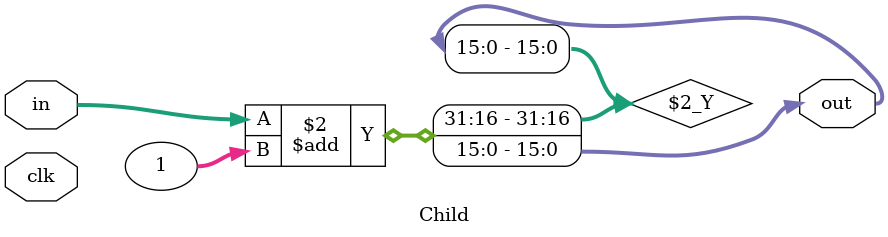
<source format=sv>

module Top // "tb_inst.top_mod"
(
    input logic clk,
    input logic signed [15:0] in,
    output logic signed [15:0] out
);


//------------------------------------------------------------------------------
// Child module instances

Child child_inst
(
  .clk(clk),
  .in(in),
  .out(out)
);

endmodule



//==============================================================================
//
// Module: Child (test_promote_ports_simple.cpp:28:5)
//
module Child // "tb_inst.top_mod.child_inst"
(
    input logic clk,
    input logic signed [15:0] in,
    output logic signed [15:0] out
);

//------------------------------------------------------------------------------
// Method process: proc (test_promote_ports_simple.cpp:21:5) 

always_comb 
begin : proc     // test_promote_ports_simple.cpp:21:5
    out = in + 1;
end

endmodule



</source>
